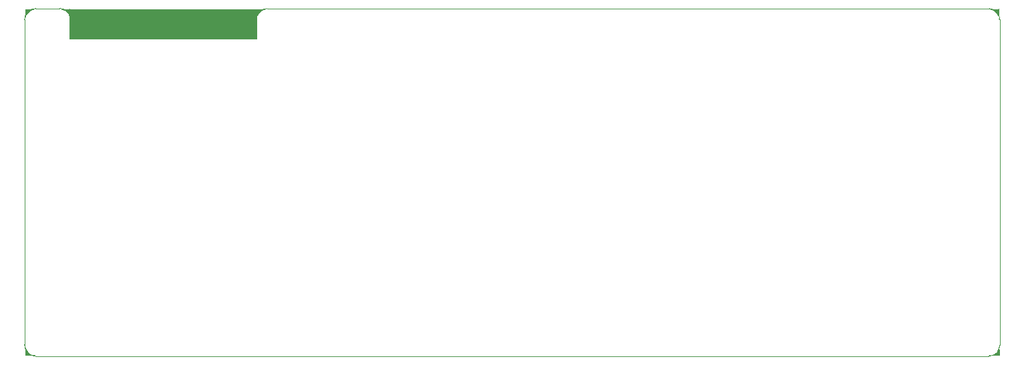
<source format=gbr>
%TF.GenerationSoftware,Altium Limited,Altium Designer,20.1.14 (287)*%
G04 Layer_Color=0*
%FSLAX26Y26*%
%MOIN*%
%TF.SameCoordinates,99935E59-988C-4C8E-A83C-0B030DBE8EB2*%
%TF.FilePolarity,Positive*%
%TF.FileFunction,Profile,NP*%
%TF.Part,Single*%
G01*
G75*
%TA.AperFunction,Profile*%
%ADD92C,0.001000*%
G36*
X171742Y1728550D02*
X171529D01*
X171227Y1728851D01*
Y1729278D01*
X171529Y1729580D01*
X171742D01*
X172305D01*
X173432Y1729555D01*
X174558Y1729504D01*
X175682Y1729429D01*
X176243Y1729379D01*
X176192Y1729498D01*
X176216Y1729756D01*
X176359Y1729972D01*
X176588Y1730095D01*
X176717D01*
D01*
X221227D01*
X221301D01*
X221444Y1730053D01*
X221569Y1729972D01*
X221666Y1729859D01*
X221696Y1729792D01*
X221764Y1729761D01*
X221877Y1729664D01*
X221957Y1729539D01*
X222000Y1729397D01*
Y1729322D01*
D01*
Y1684813D01*
Y1684785D01*
X221994Y1684730D01*
X221982Y1684676D01*
X221964Y1684624D01*
X221953Y1684599D01*
X222029Y1683910D01*
X222143Y1682528D01*
X222219Y1681144D01*
X222257Y1679758D01*
Y1679065D01*
Y1678851D01*
X221955Y1678550D01*
X221529D01*
X221227Y1678851D01*
Y1679065D01*
X220989Y1683915D01*
X219096Y1693429D01*
X215384Y1702392D01*
X209994Y1710458D01*
X203135Y1717317D01*
X195069Y1722707D01*
X186107Y1726419D01*
X176592Y1728312D01*
X171742Y1728550D01*
D01*
D02*
G37*
G36*
X4810135Y84D02*
X4809922D01*
X4809620Y386D01*
Y813D01*
X4809922Y1114D01*
X4810135D01*
X4814985Y1353D01*
X4824500Y3245D01*
X4833462Y6957D01*
X4841528Y12347D01*
X4848387Y19206D01*
X4853777Y27272D01*
X4857489Y36235D01*
X4859382Y45749D01*
X4859620Y50599D01*
Y50813D01*
X4859922Y51114D01*
X4860348D01*
X4860650Y50813D01*
Y50599D01*
Y50036D01*
X4860625Y48909D01*
X4860574Y47784D01*
X4860499Y46660D01*
X4860449Y46098D01*
X4860568Y46149D01*
X4860826Y46125D01*
X4861042Y45982D01*
X4861165Y45754D01*
Y45624D01*
D01*
Y1114D01*
Y1040D01*
X4861123Y897D01*
X4861042Y772D01*
X4860930Y676D01*
X4860862Y645D01*
X4860831Y577D01*
X4860734Y464D01*
X4860609Y384D01*
X4860467Y342D01*
X4860392D01*
D01*
X4815883D01*
X4815855D01*
X4815800Y348D01*
X4815746Y360D01*
X4815694Y377D01*
X4815669Y388D01*
Y388D01*
X4814980Y312D01*
X4813598Y198D01*
X4812214Y122D01*
X4810828Y84D01*
X4810135D01*
D01*
D02*
G37*
G36*
X-123Y342D02*
Y44852D01*
Y44879D01*
X-117Y44934D01*
X-105Y44988D01*
X-88Y45040D01*
X-76Y45065D01*
X-76D01*
X-152Y45754D01*
X-266Y47136D01*
X-342Y48520D01*
X-380Y49906D01*
Y50599D01*
Y50813D01*
X-78Y51114D01*
X348D01*
X650Y50813D01*
Y50599D01*
X888Y45749D01*
X2781Y36235D01*
X6493Y27272D01*
X11882Y19206D01*
X18742Y12347D01*
X26808Y6957D01*
X35770Y3245D01*
X45285Y1353D01*
X50135Y1114D01*
X50237D01*
X50427Y1036D01*
X50571Y891D01*
X50650Y702D01*
Y599D01*
Y497D01*
X50571Y308D01*
X50427Y163D01*
X50237Y84D01*
X50135D01*
X49572D01*
X48445Y110D01*
X47319Y160D01*
X46195Y235D01*
X45634Y285D01*
X45644Y262D01*
X45659Y212D01*
X45669Y162D01*
X45675Y110D01*
Y84D01*
Y-18D01*
X45596Y-207D01*
X45451Y-352D01*
X45262Y-431D01*
X45160D01*
D01*
X650D01*
X576D01*
X433Y-389D01*
X308Y-308D01*
X211Y-195D01*
X180Y-128D01*
X113Y-97D01*
X0Y0D01*
X-81Y125D01*
X-123Y268D01*
Y342D01*
D01*
D02*
G37*
G36*
X1154105Y1683055D02*
Y1682925D01*
X1154227Y1682697D01*
X1154444Y1682554D01*
X1154701Y1682530D01*
X1154821Y1682581D01*
X1154771Y1682020D01*
X1154695Y1680895D01*
X1154645Y1679770D01*
X1154620Y1678643D01*
Y1678080D01*
Y1677866D01*
X1154921Y1677565D01*
X1155348D01*
X1155650Y1677866D01*
Y1678080D01*
X1155888Y1682930D01*
X1157781Y1692444D01*
X1161493Y1701407D01*
X1166882Y1709473D01*
X1173742Y1716332D01*
X1181808Y1721722D01*
X1190770Y1725434D01*
X1200284Y1727326D01*
X1205135Y1727565D01*
X1205237D01*
X1205427Y1727643D01*
X1205571Y1727788D01*
X1205650Y1727977D01*
Y1728080D01*
Y1728182D01*
X1205571Y1728371D01*
X1205427Y1728516D01*
X1205237Y1728595D01*
X1205135D01*
X1204442D01*
X1203056Y1728557D01*
X1201671Y1728481D01*
X1200290Y1728367D01*
X1199601Y1728291D01*
Y1728291D01*
X1199576Y1728302D01*
X1199523Y1728320D01*
X1199469Y1728331D01*
X1199415Y1728337D01*
X1199387D01*
D01*
X1154877D01*
X1154803D01*
X1154660Y1728295D01*
X1154535Y1728215D01*
X1154439Y1728102D01*
X1154408Y1728034D01*
X1154340Y1728003D01*
X1154227Y1727907D01*
X1154147Y1727782D01*
X1154105Y1727639D01*
Y1727565D01*
D01*
Y1683055D01*
D02*
G37*
G36*
X4807537Y1727565D02*
X4807323D01*
X4807021Y1727866D01*
Y1728293D01*
X4807323Y1728595D01*
X4807537D01*
X4808100D01*
X4809226Y1728570D01*
X4810352Y1728519D01*
X4811476Y1728444D01*
X4812038Y1728394D01*
X4811987Y1728513D01*
X4812011Y1728771D01*
X4812154Y1728987D01*
X4812382Y1729110D01*
X4812512D01*
D01*
X4857021D01*
X4857096D01*
X4857238Y1729068D01*
X4857363Y1728987D01*
X4857460Y1728874D01*
X4857491Y1728807D01*
X4857559Y1728776D01*
X4857671Y1728679D01*
X4857752Y1728554D01*
X4857794Y1728411D01*
Y1728337D01*
D01*
Y1683828D01*
Y1683800D01*
X4857788Y1683745D01*
X4857776Y1683691D01*
X4857759Y1683639D01*
X4857748Y1683614D01*
X4857823Y1682925D01*
X4857937Y1681543D01*
X4858013Y1680159D01*
X4858051Y1678773D01*
Y1678080D01*
Y1677866D01*
X4857750Y1677565D01*
X4857323D01*
X4857021Y1677866D01*
Y1678080D01*
X4856783Y1682930D01*
X4854891Y1692444D01*
X4851178Y1701407D01*
X4845789Y1709473D01*
X4838929Y1716332D01*
X4830864Y1721722D01*
X4821901Y1725434D01*
X4812387Y1727326D01*
X4807537Y1727565D01*
D01*
D02*
G37*
G36*
X-179Y1682581D02*
X-298Y1682530D01*
X-556Y1682554D01*
X-772Y1682697D01*
X-895Y1682925D01*
Y1683055D01*
D01*
Y1727565D01*
Y1727615D01*
X-875Y1727715D01*
X-836Y1727809D01*
X-780Y1727893D01*
X-744Y1727929D01*
Y1727929D01*
X-229Y1728444D01*
X-144Y1728529D01*
X83Y1728606D01*
X321Y1728575D01*
X521Y1728441D01*
X581Y1728337D01*
D01*
X44387D01*
X44415D01*
X44469Y1728331D01*
X44523Y1728320D01*
X44576Y1728302D01*
X44601Y1728291D01*
X45290Y1728367D01*
X46672Y1728481D01*
X48056Y1728557D01*
X49442Y1728595D01*
X50135D01*
X50237D01*
X50427Y1728516D01*
X50571Y1728371D01*
X50650Y1728182D01*
Y1728080D01*
Y1727977D01*
X50571Y1727788D01*
X50427Y1727643D01*
X50237Y1727565D01*
X50135D01*
X45285Y1727326D01*
X35770Y1725434D01*
X26808Y1721722D01*
X18742Y1716332D01*
X11882Y1709473D01*
X6493Y1701407D01*
X2781Y1692444D01*
X888Y1682930D01*
X650Y1678080D01*
Y1677866D01*
X348Y1677565D01*
X-78D01*
X-380Y1677866D01*
Y1678080D01*
Y1678643D01*
X-355Y1679770D01*
X-305Y1680895D01*
X-229Y1682020D01*
X-179Y1682581D01*
D01*
D02*
G37*
G36*
X-380Y1678080D02*
Y1677866D01*
X-78Y1677565D01*
X348D01*
X650Y1677866D01*
Y1678080D01*
X888Y1682930D01*
X2781Y1692444D01*
X6493Y1701407D01*
X11882Y1709473D01*
X18742Y1716332D01*
X26808Y1721722D01*
X35770Y1725434D01*
X45285Y1727326D01*
X50135Y1727565D01*
X50237D01*
X50427Y1727643D01*
X50571Y1727788D01*
X50650Y1727977D01*
Y1728080D01*
Y1728182D01*
X50571Y1728371D01*
X50427Y1728516D01*
X50237Y1728595D01*
X50135D01*
X45160D01*
X35400Y1726653D01*
X26207Y1722845D01*
X17933Y1717317D01*
X10897Y1710281D01*
X5369Y1702007D01*
X1561Y1692814D01*
X-380Y1683055D01*
Y1678080D01*
D01*
D02*
G37*
G36*
X221108Y1580000D02*
X1155000D01*
Y1730000D01*
X221108D01*
Y1580000D01*
D02*
G37*
D92*
X373Y1239D02*
Y28371D01*
D02*
G02*
X-4365Y50274I49762J22228D01*
G01*
X-4365D01*
D02*
G02*
X-4899Y52527I4480J2253D01*
G01*
X-4899Y1677138D01*
D02*
G02*
X-4349Y1679422I5015J0D01*
G01*
D02*
G02*
X-895Y1697217I54484J-1342D01*
G01*
Y1727565D01*
D02*
G02*
X-592Y1728034I515J0D01*
G01*
D02*
G02*
X-123Y1728337I469J-212D01*
G01*
X29052D01*
D02*
G02*
X49060Y1732570I21083J-50258D01*
G01*
D02*
G02*
X50571Y1732803I1512J-4782D01*
G01*
X168871D01*
D02*
G02*
X171507Y1733565I2657J-4253D01*
G01*
D02*
G02*
X190880Y1730095I235J-54500D01*
G01*
X221227D01*
D02*
G02*
X221713Y1729750I0J-515D01*
G01*
D02*
G02*
X222514Y1729322I286J-428D01*
G01*
Y1698875D01*
D02*
G02*
X226241Y1679515I-50773J-19811D01*
G01*
X226241D01*
D02*
G02*
X226840Y1677138I-4416J-2377D01*
G01*
D02*
G02*
X226840Y1677137I-5015J0D01*
G01*
X226827Y1585015D01*
X1150120Y1585015D01*
Y1677565D01*
D02*
G02*
X1150662Y1679833I5015J0D01*
G01*
D02*
G02*
X1154105Y1697217I54472J-1754D01*
G01*
Y1727565D01*
D02*
G02*
X1154408Y1728034I515J0D01*
G01*
D02*
G02*
X1154877Y1728337I469J-212D01*
G01*
X1184052D01*
D02*
G02*
X1205368Y1732580I21083J-50258D01*
G01*
D02*
G02*
X1205370Y1732580I-234J-54500D01*
G01*
X4809962D01*
D02*
G02*
X4811006Y1732470I0J-5015D01*
G01*
Y1732470D01*
D02*
G02*
X4826674Y1729110I-3470J-54390D01*
G01*
X4857021D01*
D02*
G02*
X4857491Y1728807I0J-515D01*
G01*
D02*
G02*
X4857794Y1728337I-212J-469D01*
G01*
Y1699163D01*
D02*
G02*
X4862029Y1679037I-50258J-21083D01*
G01*
X4862029D01*
D02*
G02*
X4862250Y1677565I-4794J-1472D01*
G01*
X4862250Y51328D01*
D02*
G02*
X4862032Y49866I-5015J0D01*
G01*
D02*
G02*
X4858051Y30141I-54496J733D01*
G01*
Y1328D01*
D02*
G02*
X4857748Y858I-515J0D01*
G01*
D02*
G02*
X4857279Y555I-469J212D01*
G01*
X4829121D01*
D02*
G02*
X4808581Y-3891I-21584J50044D01*
G01*
D02*
G02*
X4807323Y-4052I-1258J4855D01*
G01*
X49572Y-4052D01*
D02*
G02*
X48225Y-3868I0J5015D01*
G01*
Y-3868D01*
D02*
G02*
X28756Y467I1910J54467D01*
G01*
X1146D01*
D02*
G02*
X676Y770I0J515D01*
G01*
D02*
G02*
X373Y1239I212J469D01*
G01*
%TF.MD5,d3e01acc3216bd60b92652b10ad3f1e6*%
M02*

</source>
